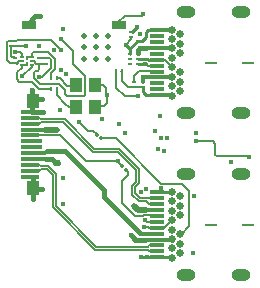
<source format=gtl>
G04*
G04 #@! TF.GenerationSoftware,Altium Limited,Altium Designer,20.1.14 (287)*
G04*
G04 Layer_Physical_Order=1*
G04 Layer_Color=255*
%FSLAX25Y25*%
%MOIN*%
G70*
G04*
G04 #@! TF.SameCoordinates,3A9065B2-305A-42DB-86BC-D4C8425A37C0*
G04*
G04*
G04 #@! TF.FilePolarity,Positive*
G04*
G01*
G75*
%ADD13C,0.00500*%
%ADD14C,0.01000*%
%ADD16R,0.01181X0.01102*%
%ADD17R,0.01102X0.01181*%
%ADD18R,0.01181X0.00787*%
%ADD19R,0.00984X0.01378*%
%ADD20R,0.01654X0.00866*%
%ADD21R,0.04724X0.01181*%
%ADD22R,0.03937X0.00787*%
G04:AMPARAMS|DCode=23|XSize=11.02mil|YSize=11.81mil|CornerRadius=0mil|HoleSize=0mil|Usage=FLASHONLY|Rotation=135.000|XOffset=0mil|YOffset=0mil|HoleType=Round|Shape=Rectangle|*
%AMROTATEDRECTD23*
4,1,4,0.00807,0.00028,-0.00028,-0.00807,-0.00807,-0.00028,0.00028,0.00807,0.00807,0.00028,0.0*
%
%ADD23ROTATEDRECTD23*%

%ADD24R,0.05906X0.01378*%
%ADD25R,0.03937X0.04646*%
%ADD26R,0.05000X0.02992*%
%ADD27R,0.03937X0.05118*%
%ADD43C,0.00600*%
%ADD44C,0.01500*%
%ADD45C,0.01100*%
%ADD46C,0.01200*%
%ADD47C,0.01400*%
%ADD48C,0.01300*%
%ADD49C,0.02000*%
%ADD50C,0.02559*%
%ADD51O,0.06299X0.03937*%
%ADD52C,0.01500*%
%ADD53C,0.01968*%
D13*
X57229Y74668D02*
X57487D01*
X56920Y74474D02*
X57152Y74706D01*
X58283Y73873D02*
X61437D01*
X66362Y73248D02*
Y73429D01*
X54886Y76049D02*
X54930Y76005D01*
X61383Y75860D02*
X63931D01*
X57487Y74668D02*
X58283Y73873D01*
X39832Y45246D02*
X48134D01*
X30112Y54965D02*
X39832Y45246D01*
X22517Y54965D02*
X30112D01*
X40246Y46246D02*
X48548D01*
X30527Y55965D02*
X40246Y46246D01*
X22627Y55965D02*
X30527D01*
X55176Y28775D02*
X57721D01*
X53071Y33836D02*
X54254Y35019D01*
X53071Y30880D02*
Y33836D01*
Y30880D02*
X55176Y28775D01*
X55743Y29782D02*
X58654D01*
X54096Y31429D02*
X55743Y29782D01*
X54096Y31429D02*
Y33447D01*
X58712Y29766D02*
X58783Y29695D01*
X54096Y33447D02*
X55254Y34605D01*
X27508Y27015D02*
Y37765D01*
X25001Y40272D02*
X27508Y37765D01*
X26508Y26601D02*
Y37351D01*
X24586Y39272D02*
X26508Y37351D01*
X58598Y20000D02*
X58736Y19862D01*
X57000Y20000D02*
X58598D01*
X41060Y13463D02*
X58298D01*
X27508Y27015D02*
X41060Y13463D01*
X40646Y12463D02*
X58298D01*
X26508Y26601D02*
X40646Y12463D01*
X57384Y22501D02*
X58064Y21821D01*
X61395D01*
X63757Y19852D02*
X66316Y22411D01*
X61395Y19852D02*
X63757D01*
X58783D02*
X61395D01*
X55254Y34605D02*
Y39540D01*
X54254Y35019D02*
Y39126D01*
X48548Y46246D02*
X55254Y39540D01*
X48134Y45246D02*
X54254Y39126D01*
X22088Y56505D02*
X22627Y55965D01*
X22088Y54536D02*
X22517Y54965D01*
X22572Y39272D02*
X24586D01*
X22572Y40272D02*
X25001D01*
X58298Y12463D02*
X58783Y11978D01*
X22088Y38788D02*
X22572Y39272D01*
X58298Y13463D02*
X58783Y13947D01*
X22088Y40757D02*
X22572Y40272D01*
X57743Y28766D02*
X58783Y27726D01*
X61395D01*
X18885Y54536D02*
X22088D01*
X58783Y29695D02*
X61395D01*
X18885Y56505D02*
X22088D01*
X50958Y39072D02*
X51546Y38484D01*
X49758Y35571D02*
X51546Y37358D01*
X49758Y27933D02*
Y35571D01*
Y27933D02*
X53902Y23789D01*
X51546Y37358D02*
Y38484D01*
X58783Y11978D02*
X61395D01*
X18885Y38788D02*
X22088D01*
X58783Y13947D02*
X61395D01*
X18885Y40757D02*
X22088D01*
X53902Y23789D02*
X56551D01*
X56763Y24001D01*
X61183D01*
X61395Y23789D01*
X66066Y64049D02*
X66253Y63862D01*
X66074Y85703D02*
X66269Y85897D01*
X63931Y75860D02*
X66362Y73429D01*
D14*
X57515Y64036D02*
X61734D01*
X57657Y83469D02*
Y85027D01*
X56204Y82016D02*
X57657Y83469D01*
X54786Y82016D02*
X56204D01*
X58324Y85694D02*
X60677D01*
X57657Y85027D02*
X58324Y85694D01*
X52337Y79567D02*
X54786Y82016D01*
X51015Y80879D02*
X52327Y79567D01*
Y77817D02*
Y79567D01*
X58437Y75828D02*
X61589D01*
X58218Y76005D02*
X58260D01*
X58005Y76219D02*
X58218Y76005D01*
X56555Y76219D02*
X58005D01*
X56341Y76005D02*
X56555Y76219D01*
X54930Y76005D02*
X56341D01*
X58260D02*
X58437Y75828D01*
X54886Y74474D02*
X56920D01*
X62626Y31791D02*
Y32934D01*
Y31791D02*
X62701Y31716D01*
X52955Y85201D02*
X54565Y86811D01*
X57904Y10009D02*
X60549D01*
X55989Y10018D02*
X57737D01*
X61734Y64036D02*
X61777Y63993D01*
X56593Y64959D02*
X57515Y64036D01*
X56593Y64959D02*
Y66664D01*
D16*
X24286Y76413D02*
D03*
Y74563D02*
D03*
X12766Y80275D02*
D03*
Y82125D02*
D03*
X53652Y68532D02*
D03*
Y66681D02*
D03*
X21928Y76408D02*
D03*
Y74557D02*
D03*
X13947Y76569D02*
D03*
Y74718D02*
D03*
X52748Y85201D02*
D03*
Y83350D02*
D03*
X56593Y68514D02*
D03*
Y66664D02*
D03*
D17*
X49495Y72166D02*
D03*
X47645D02*
D03*
X27817Y69610D02*
D03*
X25967D02*
D03*
X27820Y66243D02*
D03*
X25970D02*
D03*
D18*
X19476Y75422D02*
D03*
X16189D02*
D03*
Y74044D02*
D03*
Y76800D02*
D03*
X19476Y74044D02*
D03*
Y76800D02*
D03*
D19*
X17832Y74339D02*
D03*
Y76505D02*
D03*
D20*
X52327Y77624D02*
D03*
Y76049D02*
D03*
Y74474D02*
D03*
X54886Y77624D02*
D03*
Y76049D02*
D03*
Y74474D02*
D03*
D21*
X61395Y31663D02*
D03*
Y29695D02*
D03*
Y27726D02*
D03*
Y25758D02*
D03*
Y23789D02*
D03*
Y21821D02*
D03*
Y19852D02*
D03*
Y17884D02*
D03*
Y15915D02*
D03*
Y13947D02*
D03*
Y11978D02*
D03*
Y10010D02*
D03*
X61383Y64049D02*
D03*
Y66018D02*
D03*
Y67986D02*
D03*
Y69955D02*
D03*
Y71923D02*
D03*
Y73892D02*
D03*
Y75860D02*
D03*
Y77829D02*
D03*
Y79797D02*
D03*
Y81766D02*
D03*
Y83734D02*
D03*
Y85703D02*
D03*
D22*
X91631Y20837D02*
D03*
X79426D02*
D03*
X79415Y74876D02*
D03*
X91620D02*
D03*
D23*
X42525Y49612D02*
D03*
X41216Y50920D02*
D03*
X49696Y40391D02*
D03*
X51004Y39082D02*
D03*
D24*
X18885Y58473D02*
D03*
Y56505D02*
D03*
Y54536D02*
D03*
Y52568D02*
D03*
Y50599D02*
D03*
Y48631D02*
D03*
Y46662D02*
D03*
Y44694D02*
D03*
Y42725D02*
D03*
Y40757D02*
D03*
Y38788D02*
D03*
Y36820D02*
D03*
D25*
X19869Y33119D02*
D03*
Y62174D02*
D03*
D26*
X48756Y87587D02*
D03*
X18756D02*
D03*
D27*
X34302Y67391D02*
D03*
X40601D02*
D03*
X34429Y60132D02*
D03*
X40728D02*
D03*
D43*
X47594Y66557D02*
Y72143D01*
Y66557D02*
X50484Y63667D01*
X54892D01*
X53652Y66681D02*
X56648D01*
X49388Y72052D02*
X49495Y71945D01*
Y68788D02*
Y71945D01*
Y68788D02*
X51602Y66681D01*
X53652D01*
X25588Y76327D02*
X26111Y75804D01*
Y73178D02*
Y75804D01*
X23915Y76327D02*
X25588D01*
X27272Y72648D02*
Y76057D01*
X19950Y78312D02*
X25017D01*
X27272Y76057D01*
X23842Y76401D02*
X23915Y76327D01*
X12706Y82113D02*
X14333D01*
X11333Y75790D02*
Y81750D01*
X11685Y82102D02*
X12619D01*
X11333Y81750D02*
X11685Y82102D01*
X11333Y75790D02*
X12405Y74718D01*
X13947D01*
X13845Y76670D02*
X13947Y76569D01*
X12482Y79084D02*
X12612Y79214D01*
X12833Y76670D02*
X13845D01*
X12482Y77022D02*
X12833Y76670D01*
X12612Y80023D02*
X12759Y80170D01*
X12482Y77022D02*
Y79084D01*
X12612Y79214D02*
Y80023D01*
X12759Y80170D02*
Y80182D01*
X91567Y43610D02*
X91895Y43282D01*
X74199Y48865D02*
X79843D01*
X12688Y82130D02*
X12706Y82113D01*
X14333D02*
X14633Y82413D01*
X21133Y74510D02*
X21853D01*
X21849Y74557D02*
X23898D01*
X23909Y74546D01*
X29163Y82920D02*
X33427Y78656D01*
X20220Y75422D02*
X21133Y74510D01*
X19476Y75422D02*
X20220D01*
X21853Y73865D02*
Y74510D01*
X21848Y73860D02*
X21853Y73865D01*
X21848Y72633D02*
Y73860D01*
X21476Y72261D02*
X21848Y72633D01*
X23013Y70080D02*
X26111Y73178D01*
X25934Y69566D02*
Y71310D01*
X27272Y72648D01*
X25934Y69566D02*
X25955Y69545D01*
X66158Y31663D02*
X66336Y31842D01*
X66144Y10010D02*
X66428Y9726D01*
X14043Y78453D02*
X15513D01*
X19794Y62208D02*
X19948Y62053D01*
X16374Y70247D02*
Y70461D01*
X22482Y76401D02*
X23842D01*
X66104Y69955D02*
X66331Y70182D01*
X55610Y79804D02*
X55654Y79760D01*
X56600Y69980D02*
X56625Y70005D01*
X44413Y63906D02*
Y66368D01*
X40530Y60381D02*
X43608D01*
X79843Y48865D02*
X80783Y47925D01*
X56648Y66681D02*
X56653Y66676D01*
X55178Y71940D02*
X61430D01*
X53652Y70414D02*
X55178Y71940D01*
X53652Y68532D02*
Y70414D01*
X53521Y68515D02*
X53543Y68493D01*
X22146Y67871D02*
X28573D01*
X21486Y68530D02*
X22146Y67871D01*
X21486Y68530D02*
Y68530D01*
X20178Y69838D02*
X21486Y68530D01*
X20178Y69838D02*
Y71619D01*
X20820Y72261D01*
X21476D01*
X17843Y76692D02*
X17952Y76800D01*
X19476D01*
X14633Y82413D02*
X25928D01*
X15513Y78453D02*
X16189Y77777D01*
Y76800D02*
Y77777D01*
X13288Y80284D02*
X17483D01*
X16374Y70461D02*
X19476Y73563D01*
Y74044D01*
X14606Y70818D02*
Y71622D01*
X14586Y69410D02*
Y70912D01*
Y69410D02*
X15449Y68547D01*
X21973Y66240D02*
X26003D01*
X15449Y68547D02*
X19667D01*
X14606Y71622D02*
X16156Y73172D01*
Y73953D01*
X19667Y68547D02*
X19992Y68221D01*
X19992D01*
X17658Y74044D02*
X17873Y74259D01*
X22128Y70080D02*
X23013D01*
X19992Y68221D02*
X21973Y66240D01*
X17873Y74259D02*
Y74299D01*
Y74259D02*
X17874Y74260D01*
X17832Y74339D02*
X17873Y74299D01*
X25928Y82413D02*
X29168Y79173D01*
X33427Y74561D02*
Y78656D01*
Y74561D02*
X37437Y70550D01*
Y64180D02*
Y70550D01*
X36983Y63725D02*
X37437Y64180D01*
X31370Y63725D02*
X36983D01*
X30663Y64433D02*
X31370Y63725D01*
X30663Y64433D02*
Y65781D01*
X28573Y67871D02*
X30663Y65781D01*
X30705Y61135D02*
Y61139D01*
X27820Y64023D02*
X30705Y61139D01*
X27820Y64023D02*
Y66243D01*
X43390Y67391D02*
X44413Y66368D01*
X40601Y67391D02*
X43390D01*
X40601Y60725D02*
X40817Y60508D01*
X43608Y60381D02*
X44500Y61273D01*
Y64000D01*
X31378Y67142D02*
X34778D01*
X28910Y69610D02*
X31378Y67142D01*
X27817Y69610D02*
X28910D01*
X14577Y74592D02*
X15407Y75422D01*
X16189D01*
X19476Y77838D02*
X19950Y78312D01*
X19476Y76800D02*
Y77838D01*
X30705Y61135D02*
X31856Y59983D01*
X32553D01*
X16189Y74044D02*
X17658D01*
X69216Y17536D02*
X72108Y20428D01*
X69585Y34487D02*
X72108Y31963D01*
Y20428D02*
Y31963D01*
X52327Y79567D02*
X52337D01*
X51015Y80879D02*
X52748Y82612D01*
X50922Y80972D02*
X51015Y80879D01*
X81300Y43610D02*
X91567D01*
X80783Y44127D02*
X81300Y43610D01*
X19931Y33042D02*
X20292Y32681D01*
X19789Y33357D02*
X19808Y33338D01*
X56191Y90485D02*
X56705Y90999D01*
X62626Y34487D02*
X69585D01*
X47501Y49612D02*
X62626Y34487D01*
X42525Y49612D02*
X47501D01*
X37579Y41996D02*
X48135D01*
X52748Y82612D02*
Y83350D01*
X54565Y86811D02*
X54750D01*
X52748Y85201D02*
X52955D01*
X60549Y10009D02*
X60571Y9987D01*
X57737Y10018D02*
X57772Y10052D01*
X62701Y31716D02*
X62703Y31715D01*
X56625Y70005D02*
X56654Y69976D01*
X48075Y41861D02*
X48226D01*
X28927Y50647D02*
X37579Y41996D01*
X18889Y50647D02*
X28927D01*
X80783Y44127D02*
Y47925D01*
X57514Y79808D02*
X57537Y79786D01*
X56627Y69953D02*
X56629Y69955D01*
X50530Y90485D02*
X56191D01*
X48420Y88376D02*
X50530Y90485D01*
X48226Y41861D02*
X49505Y40581D01*
X40089Y52092D02*
X41148Y51032D01*
X38269Y52092D02*
X40089D01*
X35187Y55174D02*
X38269Y52092D01*
D44*
X20799Y90465D02*
X22155D01*
X18182Y87848D02*
X20799Y90465D01*
X19695Y58521D02*
X23463D01*
X19783Y58689D02*
Y62457D01*
X19854Y32550D02*
Y36318D01*
X19808Y29570D02*
Y33338D01*
X54899Y79057D02*
X55615Y79772D01*
X54899Y78057D02*
Y79057D01*
X27417Y41581D02*
X28358D01*
X52810Y17221D02*
X54116Y15915D01*
X66139D02*
X66328Y16105D01*
X26286Y42706D02*
X27383Y41608D01*
X24268Y42706D02*
X26286D01*
X24564Y45332D02*
X30617D01*
X20118Y62680D02*
X23007D01*
X19794Y62208D02*
Y65601D01*
X20292Y32681D02*
X23089D01*
X55654Y79760D02*
X57528D01*
X30617Y45332D02*
X43504Y32446D01*
Y30118D02*
Y32446D01*
Y30118D02*
X55604Y18018D01*
X54116Y15915D02*
X57324D01*
D45*
X61395Y31663D02*
X66158D01*
X61395Y10010D02*
X66144D01*
D46*
X56629Y69955D02*
X61383D01*
X56600Y68595D02*
Y69980D01*
X61989Y79800D02*
X66158D01*
X61383Y64049D02*
X66066D01*
X61383Y69955D02*
X66104D01*
X57537Y79786D02*
X61327D01*
X61395Y15915D02*
X66139D01*
X55866Y17865D02*
X61271D01*
X55714Y18018D02*
X55866Y17865D01*
X61383Y85703D02*
X66074D01*
X57681Y25758D02*
X61395D01*
X57324Y15915D02*
X61395D01*
D47*
X18885Y52568D02*
X24117D01*
D48*
X18916Y42694D02*
X24355D01*
X23926Y44694D02*
X24564Y45332D01*
X18885Y44694D02*
X23926D01*
D49*
X24117Y52592D02*
X25889D01*
X26109Y52579D02*
X27932D01*
X53788Y27026D02*
X55056Y25758D01*
X57681D01*
D50*
X66316Y19262D02*
D03*
Y22411D02*
D03*
Y16112D02*
D03*
Y25561D02*
D03*
Y12963D02*
D03*
Y28711D02*
D03*
Y9813D02*
D03*
Y31860D02*
D03*
X69072Y17687D02*
D03*
Y23986D02*
D03*
Y14537D02*
D03*
Y11388D02*
D03*
Y30286D02*
D03*
Y27136D02*
D03*
X69061Y84325D02*
D03*
Y65427D02*
D03*
Y81175D02*
D03*
Y68577D02*
D03*
Y78025D02*
D03*
Y71726D02*
D03*
X66305Y85899D02*
D03*
Y63852D02*
D03*
Y82750D02*
D03*
Y67002D02*
D03*
Y79600D02*
D03*
Y70151D02*
D03*
Y76451D02*
D03*
Y73301D02*
D03*
D51*
X70843Y37648D02*
D03*
Y4026D02*
D03*
X89465Y37648D02*
D03*
Y4026D02*
D03*
X89454Y58065D02*
D03*
Y91687D02*
D03*
X70832Y58065D02*
D03*
Y91687D02*
D03*
D52*
X54892Y63667D02*
D03*
X14070Y78464D02*
D03*
X16351Y70330D02*
D03*
X22128Y70080D02*
D03*
X17483Y80284D02*
D03*
X26936Y79180D02*
D03*
X43000Y56000D02*
D03*
X44500Y64000D02*
D03*
X30888Y71054D02*
D03*
X29381Y72561D02*
D03*
X73786Y30283D02*
D03*
X73338Y11298D02*
D03*
X50862Y80914D02*
D03*
X55504Y84296D02*
D03*
X57280Y74469D02*
D03*
X26375Y42698D02*
D03*
X29198Y79142D02*
D03*
X29193Y82919D02*
D03*
X21917Y80590D02*
D03*
X62436Y57158D02*
D03*
X24253Y42726D02*
D03*
X27839Y52596D02*
D03*
X22784Y52533D02*
D03*
X52590Y17427D02*
D03*
X55001Y25813D02*
D03*
X28354Y41614D02*
D03*
X25391Y52610D02*
D03*
X19794Y65601D02*
D03*
X23438Y58462D02*
D03*
X23063Y62712D02*
D03*
X19808Y29570D02*
D03*
X23089Y32681D02*
D03*
X56752Y91124D02*
D03*
X86060Y41742D02*
D03*
X57000Y20000D02*
D03*
X62626Y32934D02*
D03*
X60696Y52220D02*
D03*
X48583Y54492D02*
D03*
X22250Y48656D02*
D03*
X22338Y46656D02*
D03*
X48135Y41996D02*
D03*
X29983Y27931D02*
D03*
X62691Y49843D02*
D03*
X64758Y49830D02*
D03*
X57904Y10009D02*
D03*
X55989Y10018D02*
D03*
X54774Y86780D02*
D03*
X55652Y79782D02*
D03*
X57528Y79760D02*
D03*
X56654Y69976D02*
D03*
X30076Y86254D02*
D03*
X28895Y59126D02*
D03*
X57384Y22501D02*
D03*
X91843Y43327D02*
D03*
X61784Y46044D02*
D03*
X63794Y45584D02*
D03*
X22153Y90478D02*
D03*
X50747Y51276D02*
D03*
X74264Y48873D02*
D03*
X74243Y51315D02*
D03*
X35187Y55174D02*
D03*
X29993Y36408D02*
D03*
X54002Y16048D02*
D03*
X53650Y27123D02*
D03*
X56108Y31922D02*
D03*
X57653Y32902D02*
D03*
D53*
X36958Y83869D02*
D03*
X44832D02*
D03*
X36958Y79932D02*
D03*
X44832D02*
D03*
X40895Y83869D02*
D03*
Y79932D02*
D03*
X44832Y75995D02*
D03*
X40895D02*
D03*
X36958D02*
D03*
M02*

</source>
